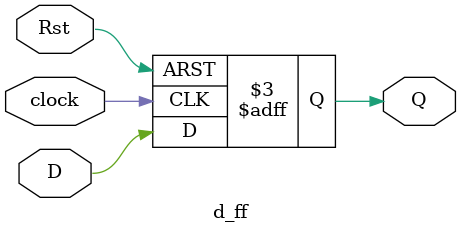
<source format=v>
module d_ff(input wire clock, input wire D,input Rst,output reg Q);
always @(negedge Rst or posedge clock)
begin
if(!Rst)
Q=0;
else
Q=D;
end
endmodule
</source>
